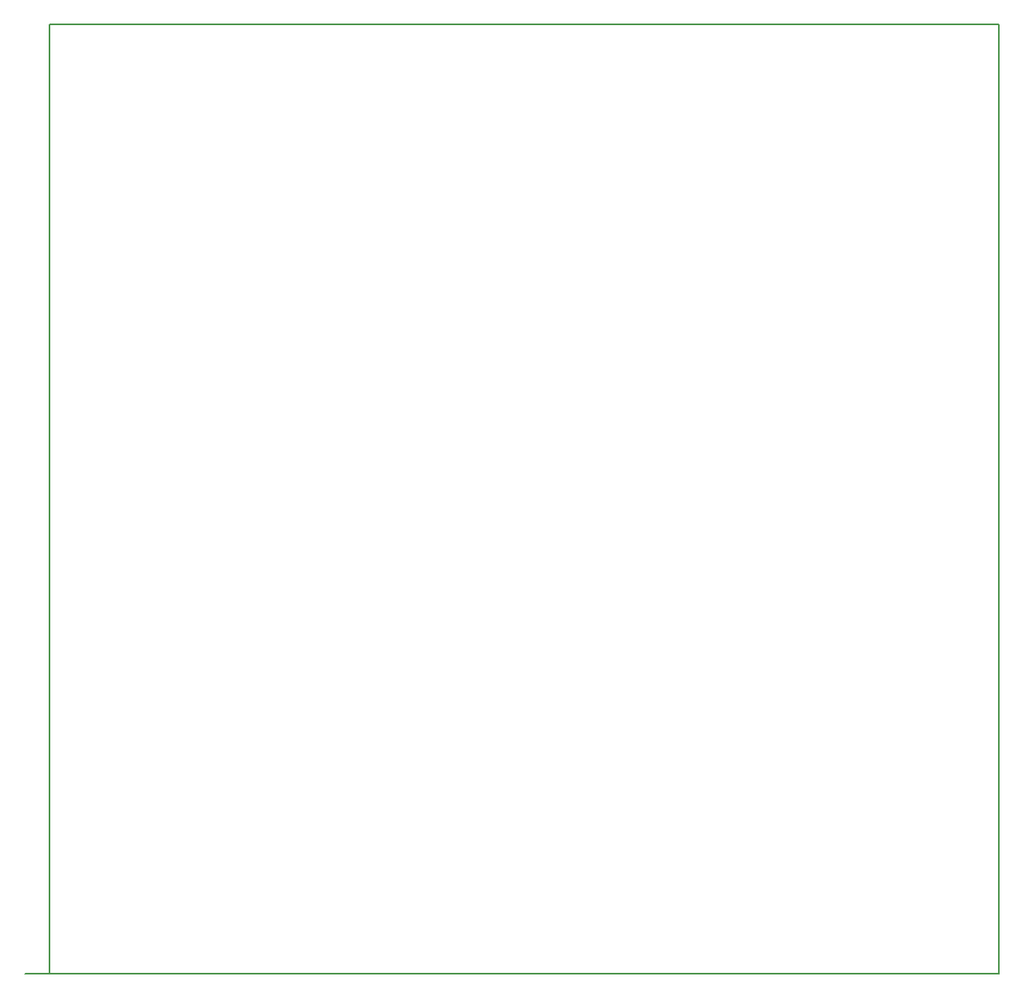
<source format=gbr>
G04 #@! TF.GenerationSoftware,KiCad,Pcbnew,(5.0.0)*
G04 #@! TF.CreationDate,2019-01-04T11:12:30-05:00*
G04 #@! TF.ProjectId,Sistema_Adquisicion_Tesis,53697374656D615F4164717569736963,rev?*
G04 #@! TF.SameCoordinates,Original*
G04 #@! TF.FileFunction,Profile,NP*
%FSLAX46Y46*%
G04 Gerber Fmt 4.6, Leading zero omitted, Abs format (unit mm)*
G04 Created by KiCad (PCBNEW (5.0.0)) date 01/04/19 11:12:30*
%MOMM*%
%LPD*%
G01*
G04 APERTURE LIST*
%ADD10C,0.200000*%
%ADD11C,0.150000*%
G04 APERTURE END LIST*
D10*
X157480000Y-170180000D02*
X154940000Y-170180000D01*
D11*
X58420000Y-170180000D02*
X58420000Y-71120000D01*
X154940000Y-170180000D02*
X55880000Y-170180000D01*
X157480000Y-71120000D02*
X157480000Y-170180000D01*
X58420000Y-71120000D02*
X157480000Y-71120000D01*
M02*

</source>
